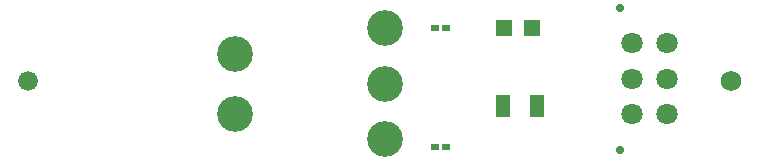
<source format=gts>
G04*
G04 #@! TF.GenerationSoftware,Altium Limited,Altium Designer,21.6.4 (81)*
G04*
G04 Layer_Color=8388736*
%FSLAX25Y25*%
%MOIN*%
G70*
G04*
G04 #@! TF.SameCoordinates,40B795BF-6EDD-478F-B4CC-B7A9BF3E8EBB*
G04*
G04*
G04 #@! TF.FilePolarity,Negative*
G04*
G01*
G75*
%ADD16R,0.02756X0.01968*%
%ADD17R,0.05328X0.05328*%
%ADD18R,0.05131X0.07296*%
%ADD19C,0.07119*%
%ADD20C,0.02906*%
%ADD21C,0.06800*%
%ADD22C,0.06584*%
%ADD23C,0.11900*%
D16*
X599772Y186500D02*
D03*
X596228D02*
D03*
X599772Y147000D02*
D03*
X596228D02*
D03*
D17*
X619279Y186500D02*
D03*
X628532D02*
D03*
D18*
X630221Y160500D02*
D03*
X619000D02*
D03*
D19*
X673500Y157878D02*
D03*
Y169689D02*
D03*
Y181500D02*
D03*
X661689Y157878D02*
D03*
Y169689D02*
D03*
Y181500D02*
D03*
D20*
X657988Y146067D02*
D03*
Y193311D02*
D03*
D21*
X695000Y169000D02*
D03*
D22*
X460500D02*
D03*
D23*
X579500Y168000D02*
D03*
Y149500D02*
D03*
Y186500D02*
D03*
X529500Y178000D02*
D03*
Y158000D02*
D03*
M02*

</source>
